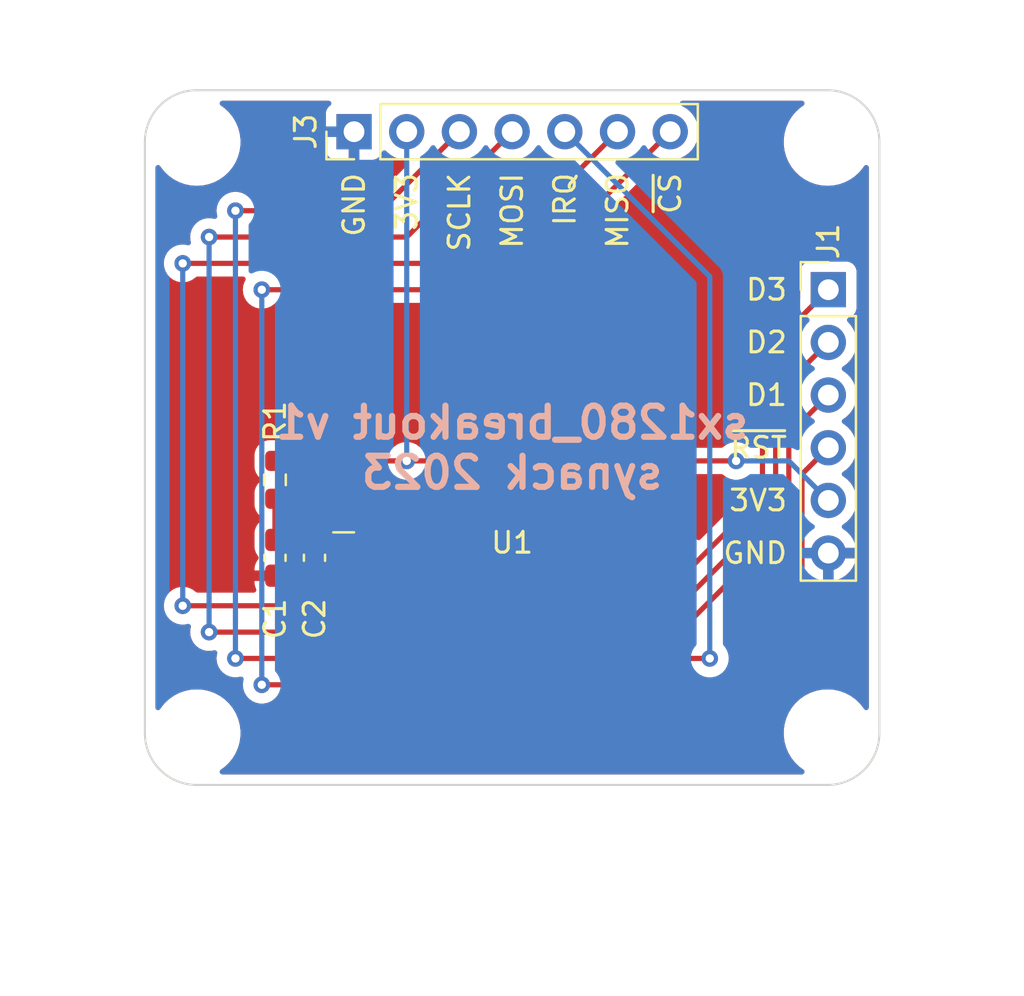
<source format=kicad_pcb>
(kicad_pcb (version 20211014) (generator pcbnew)
  (layers (0 "F.Cu" signal) (31 "B.Cu" signal) (34 "B.Paste" user) (35 "F.Paste" user) (36 "B.SilkS" user "B.Silkscreen") (37 "F.SilkS" user "F.Silkscreen") (38 "B.Mask" user) (39 "F.Mask" user) (44 "Edge.Cuts" user))
  (net 0 "")
  (net 1 "+3V3")
  (net 2 "GND")
  (net 3 "/IRQ")
  (net 4 "/SCLK")
  (net 5 "/MOSI")
  (net 6 "/MISO")
  (net 7 "/CS")
  (net 8 "Net-(U1-Pad1)")
  (net 9 "/~{RST}")
  (net 10 "/D1")
  (net 11 "/D2")
  (net 12 "/D3")
  (footprint "Capacitor_SMD:C_0603_1608Metric_Pad1.08x0.95mm_HandSolder" (layer "F.Cu") (at 130.175 111.5475 -90)
    (fp_text reference "C2" (at 2.9475 0 90) (layer "F.SilkS"))
    (fp_text value "0.1uF")
    (fp_line (start -0.146267 -0.51) (end 0.146267 -0.51) (layer "F.SilkS") (width 0.12))
    (fp_line (start -0.146267 0.51) (end 0.146267 0.51) (layer "F.SilkS") (width 0.12))
    (pad "1" smd roundrect (at -0.8625 0 270) (size 1.075 0.95) (layers "F.Cu" "F.Paste" "F.Mask") (net 8 "Net-(U1-Pad1)"))
    (pad "2" smd roundrect (at 0.8625 0 270) (size 1.075 0.95) (layers "F.Cu" "F.Paste" "F.Mask") (net 2 "GND"))
  )
  (footprint "MountingHole:MountingHole_3.2mm_M3" (layer "F.Cu") (at 124.5 91.5)
    (fp_text reference "REF**" hide)
    (fp_text value "MountingHole_3.2mm_M3")
    (pad "" np_thru_hole circle (at 0 0) (size 3.2 3.2) (drill 3.2) (layers *.Cu *.Mask))
  )
  (footprint "Resistor_SMD:R_0603_1608Metric_Pad0.98x0.95mm_HandSolder" (layer "F.Cu") (at 128.27 107.7875 -90)
    (fp_text reference "R1" (at -2.8175 0 90) (layer "F.SilkS"))
    (fp_text value "0")
    (fp_line (start -0.254724 -0.5225) (end 0.254724 -0.5225) (layer "F.SilkS") (width 0.12))
    (fp_line (start -0.254724 0.5225) (end 0.254724 0.5225) (layer "F.SilkS") (width 0.12))
    (pad "1" smd roundrect (at -0.9125 0 270) (size 0.975 0.95) (layers "F.Cu" "F.Paste" "F.Mask") (net 1 "+3V3"))
    (pad "2" smd roundrect (at 0.9125 0 270) (size 0.975 0.95) (layers "F.Cu" "F.Paste" "F.Mask") (net 8 "Net-(U1-Pad1)"))
  )
  (footprint "Connector_PinHeader_2.54mm:PinHeader_1x07_P2.54mm_Vertical" (layer "F.Cu") (at 132.08 91 90)
    (fp_text reference "J3" (at 0 -2.33 90) (layer "F.SilkS"))
    (fp_text value "3PI_DISP")
    (fp_line (start 1.33 1.27) (end 1.33 16.57) (layer "F.SilkS") (width 0.12))
    (fp_line (start -1.33 0) (end -1.33 -1.33) (layer "F.SilkS") (width 0.12))
    (fp_line (start -1.33 16.57) (end 1.33 16.57) (layer "F.SilkS") (width 0.12))
    (fp_line (start -1.33 1.27) (end -1.33 16.57) (layer "F.SilkS") (width 0.12))
    (fp_line (start -1.33 -1.33) (end 0 -1.33) (layer "F.SilkS") (width 0.12))
    (fp_line (start -1.33 1.27) (end 1.33 1.27) (layer "F.SilkS") (width 0.12))
    (pad "1" thru_hole rect (at 0 0 90) (size 1.7 1.7) (drill 1) (layers *.Cu *.Mask) (net 2 "GND"))
    (pad "2" thru_hole oval (at 0 2.54 90) (size 1.7 1.7) (drill 1) (layers *.Cu *.Mask) (net 1 "+3V3"))
    (pad "3" thru_hole oval (at 0 5.08 90) (size 1.7 1.7) (drill 1) (layers *.Cu *.Mask) (net 4 "/SCLK"))
    (pad "4" thru_hole oval (at 0 7.62 90) (size 1.7 1.7) (drill 1) (layers *.Cu *.Mask) (net 5 "/MOSI"))
    (pad "5" thru_hole oval (at 0 10.16 90) (size 1.7 1.7) (drill 1) (layers *.Cu *.Mask) (net 3 "/IRQ"))
    (pad "6" thru_hole oval (at 0 12.7 90) (size 1.7 1.7) (drill 1) (layers *.Cu *.Mask) (net 6 "/MISO"))
    (pad "7" thru_hole oval (at 0 15.24 90) (size 1.7 1.7) (drill 1) (layers *.Cu *.Mask) (net 7 "/CS"))
  )
  (footprint "MountingHole:MountingHole_3.2mm_M3" (layer "F.Cu") (at 154.9 91.5)
    (fp_text reference "REF**" hide)
    (fp_text value "MountingHole_3.2mm_M3")
    (pad "" np_thru_hole circle (at 0 0) (size 3.2 3.2) (drill 3.2) (layers F&B.Cu *.Mask))
  )
  (footprint "MountingHole:MountingHole_3.2mm_M3" (layer "F.Cu") (at 154.9 120)
    (fp_text reference "REF**" hide)
    (fp_text value "MountingHole_3.2mm_M3")
    (pad "" np_thru_hole circle (at 0 0) (size 3.2 3.2) (drill 3.2) (layers F&B.Cu *.Mask))
  )
  (footprint "Capacitor_SMD:C_0603_1608Metric_Pad1.08x0.95mm_HandSolder" (layer "F.Cu") (at 128.27 111.5475 -90)
    (fp_text reference "C1" (at 2.9475 0 90) (layer "F.SilkS"))
    (fp_text value "10uF")
    (fp_line (start -0.146267 0.51) (end 0.146267 0.51) (layer "F.SilkS") (width 0.12))
    (fp_line (start -0.146267 -0.51) (end 0.146267 -0.51) (layer "F.SilkS") (width 0.12))
    (pad "1" smd roundrect (at -0.8625 0 270) (size 1.075 0.95) (layers "F.Cu" "F.Paste" "F.Mask") (net 8 "Net-(U1-Pad1)"))
    (pad "2" smd roundrect (at 0.8625 0 270) (size 1.075 0.95) (layers "F.Cu" "F.Paste" "F.Mask") (net 2 "GND"))
  )
  (footprint "MountingHole:MountingHole_3.2mm_M3" (layer "F.Cu") (at 124.5 120)
    (fp_text reference "REF**" hide)
    (fp_text value "MountingHole_3.2mm_M3")
    (pad "" np_thru_hole circle (at 0 0) (size 3.2 3.2) (drill 3.2) (layers F&B.Cu *.Mask))
  )
  (footprint "synack-common:E28-2G4M12S" (layer "F.Cu") (at 139.7 111.32)
    (fp_text reference "U1" (at 0 -0.5 unlocked) (layer "F.SilkS"))
    (fp_text value "E28-2G4M12S")
    (fp_line (start -8.62 -1) (end -7.62 -1) (layer "F.SilkS") (width 0.12))
    (pad "1" smd roundrect (at -7.5 0) (size 2 1) (layers "F.Cu" "F.Paste" "F.Mask") (net 8 "Net-(U1-Pad1)"))
    (pad "2" smd roundrect (at -7.5 1.27) (size 2 1) (layers "F.Cu" "F.Paste" "F.Mask") (net 2 "GND"))
    (pad "3" smd roundrect (at -7.5 2.54) (size 2 1) (layers "F.Cu" "F.Paste" "F.Mask") (net 6 "/MISO"))
    (pad "4" smd roundrect (at -7.5 3.81) (size 2 1) (layers "F.Cu" "F.Paste" "F.Mask") (net 5 "/MOSI"))
    (pad "5" smd roundrect (at -7.5 5.08) (size 2 1) (layers "F.Cu" "F.Paste" "F.Mask") (net 4 "/SCLK"))
    (pad "6" smd roundrect (at -7.5 6.35) (size 2 1) (layers "F.Cu" "F.Paste" "F.Mask") (net 7 "/CS"))
    (pad "7" smd roundrect (at -7.5 7.62) (size 2 1) (layers "F.Cu" "F.Paste" "F.Mask") (net 2 "GND"))
    (pad "8" smd roundrect (at 7.5 7.62) (size 2 1) (layers "F.Cu" "F.Paste" "F.Mask") (net 2 "GND"))
    (pad "9" smd roundrect (at 7.5 6.35) (size 2 1) (layers "F.Cu" "F.Paste" "F.Mask") (net 9 "/~{RST}"))
    (pad "10" smd roundrect (at 7.5 5.08) (size 2 1) (layers "F.Cu" "F.Paste" "F.Mask") (net 3 "/IRQ"))
    (pad "11" smd roundrect (at 7.5 3.81) (size 2 1) (layers "F.Cu" "F.Paste" "F.Mask") (net 10 "/D1"))
    (pad "12" smd roundrect (at 7.5 2.54) (size 2 1) (layers "F.Cu" "F.Paste" "F.Mask") (net 11 "/D2"))
    (pad "13" smd roundrect (at 7.5 1.27) (size 2 1) (layers "F.Cu" "F.Paste" "F.Mask") (net 12 "/D3"))
    (pad "14" smd roundrect (at 7.5 0) (size 2 1) (layers "F.Cu" "F.Paste" "F.Mask") (net 2 "GND"))
  )
  (footprint "Connector_PinHeader_2.54mm:PinHeader_1x06_P2.54mm_Vertical" (layer "F.Cu") (at 154.94 98.62)
    (fp_text reference "J1" (at 0 -2.33 90) (layer "F.SilkS"))
    (fp_text value "DIO")
    (fp_line (start -1.33 0) (end -1.33 -1.33) (layer "F.SilkS") (width 0.12))
    (fp_line (start 1.33 1.27) (end 1.33 14.03) (layer "F.SilkS") (width 0.12))
    (fp_line (start -1.33 1.27) (end 1.33 1.27) (layer "F.SilkS") (width 0.12))
    (fp_line (start -1.33 14.03) (end 1.33 14.03) (layer "F.SilkS") (width 0.12))
    (fp_line (start -1.33 -1.33) (end 0 -1.33) (layer "F.SilkS") (width 0.12))
    (fp_line (start -1.33 1.27) (end -1.33 14.03) (layer "F.SilkS") (width 0.12))
    (pad "1" thru_hole rect (at 0 0) (size 1.7 1.7) (drill 1) (layers *.Cu *.Mask) (net 12 "/D3"))
    (pad "2" thru_hole oval (at 0 2.54) (size 1.7 1.7) (drill 1) (layers *.Cu *.Mask) (net 11 "/D2"))
    (pad "3" thru_hole oval (at 0 5.08) (size 1.7 1.7) (drill 1) (layers *.Cu *.Mask) (net 10 "/D1"))
    (pad "4" thru_hole oval (at 0 7.62) (size 1.7 1.7) (drill 1) (layers *.Cu *.Mask) (net 9 "/~{RST}"))
    (pad "5" thru_hole oval (at 0 10.16) (size 1.7 1.7) (drill 1) (layers *.Cu *.Mask) (net 1 "+3V3"))
    (pad "6" thru_hole oval (at 0 12.7) (size 1.7 1.7) (drill 1) (layers *.Cu *.Mask) (net 2 "GND"))
  )
  (gr_line (start 157.4 120) (end 157.4 91.5) (layer "Edge.Cuts") (width 0.1))
  (gr_arc (start 157.4 120) (mid 156.667767 121.767767) (end 154.9 122.5) (layer "Edge.Cuts") (width 0.1))
  (gr_line (start 122 91.5) (end 122 120) (layer "Edge.Cuts") (width 0.1))
  (gr_arc (start 124.5 122.5) (mid 122.732233 121.767767) (end 122 120) (layer "Edge.Cuts") (width 0.1))
  (gr_line (start 124.5 122.5) (end 154.9 122.5) (layer "Edge.Cuts") (width 0.1))
  (gr_arc (start 122 91.5) (mid 122.732233 89.732233) (end 124.5 89) (layer "Edge.Cuts") (width 0.1))
  (gr_arc (start 154.9 89) (mid 156.667767 89.732233) (end 157.4 91.5) (layer "Edge.Cuts") (width 0.1))
  (gr_line (start 124.5 89) (end 154.9 89) (layer "Edge.Cuts") (width 0.1))
  (gr_text "sx1280_breakout v1\nsynack 2023" (at 139.7 106.24) (layer "B.SilkS") (effects (font (size 1.5 1.5) (thickness 0.3)) (justify mirror)))
  (gr_text "MISO" (at 144.78 92.905 90) (layer "F.SilkS") (effects (font (size 1 1)) (justify right)))
  (gr_text "SCLK" (at 137.16 92.905 90) (layer "F.SilkS") (effects (font (size 1 1)) (justify right)))
  (gr_text "3V3" (at 134.62 92.905 90) (layer "F.SilkS") (effects (font (size 1 1)) (justify right)))
  (gr_text "D3" (at 153.035 98.62) (layer "F.SilkS") (effects (font (size 1 1)) (justify right)))
  (gr_text "GND" (at 153.035 111.32) (layer "F.SilkS") (effects (font (size 1 1)) (justify right)))
  (gr_text "IRQ" (at 142.24 92.905 90) (layer "F.SilkS") (effects (font (size 1 1)) (justify right)))
  (gr_text "~{CS}" (at 147.32 92.905 90) (layer "F.SilkS") (effects (font (size 1 1)) (justify right)))
  (gr_text "D2" (at 153.035 101.16) (layer "F.SilkS") (effects (font (size 1 1)) (justify right)))
  (gr_text "3V3" (at 153.035 108.78) (layer "F.SilkS") (effects (font (size 1 1)) (justify right)))
  (gr_text "D1" (at 153.035 103.7) (layer "F.SilkS") (effects (font (size 1 1)) (justify right)))
  (gr_text "~{RST}" (at 153.035 106.24) (layer "F.SilkS") (effects (font (size 1 1)) (justify right)))
  (gr_text "MOSI" (at 139.7 92.905 90) (layer "F.SilkS") (effects (font (size 1 1)) (justify right)))
  (gr_text "GND" (at 132.08 92.905 90) (layer "F.SilkS") (effects (font (size 1 1)) (justify right)))
  (segment (start 134.62 106.875) (end 150.495 106.875) (width 0.25) (layer "F.Cu") (net 1))
  (segment (start 134.62 106.875) (end 128.27 106.875) (width 0.25) (layer "F.Cu") (net 1))
  (via (at 134.62 106.875) (size 0.8) (drill 0.4) (layers "F.Cu" "B.Cu") (net 1))
  (via (at 150.495 106.875) (size 0.8) (drill 0.4) (layers "F.Cu" "B.Cu") (net 1))
  (segment (start 150.495 106.875) (end 153.035 106.875) (width 0.25) (layer "B.Cu") (net 1))
  (segment (start 134.62 91) (end 134.62 106.875) (width 0.25) (layer "B.Cu") (net 1))
  (segment (start 153.035 106.875) (end 154.94 108.78) (width 0.25) (layer "B.Cu") (net 1))
  (segment (start 132.2 112.59) (end 130.175 112.59) (width 0.25) (layer "F.Cu") (net 2))
  (segment (start 130.175 112.41) (end 129.995 112.59) (width 0.25) (layer "F.Cu") (net 2))
  (segment (start 129.995 112.59) (end 128.27 112.59) (width 0.25) (layer "F.Cu") (net 2))
  (segment (start 147.2 116.4) (end 149.225 116.4) (width 0.25) (layer "F.Cu") (net 3))
  (via (at 149.225 116.4) (size 0.8) (drill 0.4) (layers "F.Cu" "B.Cu") (net 3))
  (segment (start 149.225 97.985) (end 142.24 91) (width 0.25) (layer "B.Cu") (net 3))
  (segment (start 149.225 116.4) (end 149.225 97.985) (width 0.25) (layer "B.Cu") (net 3))
  (segment (start 133.35 94.81) (end 126.365 94.81) (width 0.25) (layer "F.Cu") (net 4))
  (segment (start 132.2 116.4) (end 126.365 116.4) (width 0.25) (layer "F.Cu") (net 4))
  (segment (start 137.16 91) (end 133.35 94.81) (width 0.25) (layer "F.Cu") (net 4))
  (via (at 126.365 94.81) (size 0.8) (drill 0.4) (layers "F.Cu" "B.Cu") (net 4))
  (via (at 126.365 116.4) (size 0.8) (drill 0.4) (layers "F.Cu" "B.Cu") (net 4))
  (segment (start 126.365 116.4) (end 126.365 94.81) (width 0.25) (layer "B.Cu") (net 4))
  (segment (start 139.7 91) (end 134.62 96.08) (width 0.25) (layer "F.Cu") (net 5))
  (segment (start 132.2 115.13) (end 125.095 115.13) (width 0.25) (layer "F.Cu") (net 5))
  (segment (start 134.62 96.08) (end 125.095 96.08) (width 0.25) (layer "F.Cu") (net 5))
  (via (at 125.095 96.08) (size 0.8) (drill 0.4) (layers "F.Cu" "B.Cu") (net 5))
  (via (at 125.095 115.13) (size 0.8) (drill 0.4) (layers "F.Cu" "B.Cu") (net 5))
  (segment (start 125.095 115.13) (end 125.095 96.08) (width 0.25) (layer "B.Cu") (net 5))
  (segment (start 144.78 91) (end 138.43 97.35) (width 0.25) (layer "F.Cu") (net 6))
  (segment (start 132.2 113.86) (end 123.825 113.86) (width 0.25) (layer "F.Cu") (net 6))
  (segment (start 138.43 97.35) (end 123.825 97.35) (width 0.25) (layer "F.Cu") (net 6))
  (via (at 123.825 97.35) (size 0.8) (drill 0.4) (layers "F.Cu" "B.Cu") (net 6))
  (via (at 123.825 113.86) (size 0.8) (drill 0.4) (layers "F.Cu" "B.Cu") (net 6))
  (segment (start 123.825 113.86) (end 123.825 97.35) (width 0.25) (layer "B.Cu") (net 6))
  (segment (start 132.2 117.67) (end 127.635 117.67) (width 0.25) (layer "F.Cu") (net 7))
  (segment (start 139.7 98.62) (end 127.635 98.62) (width 0.25) (layer "F.Cu") (net 7))
  (segment (start 147.32 91) (end 139.7 98.62) (width 0.25) (layer "F.Cu") (net 7))
  (via (at 127.635 98.62) (size 0.8) (drill 0.4) (layers "F.Cu" "B.Cu") (net 7))
  (via (at 127.635 117.67) (size 0.8) (drill 0.4) (layers "F.Cu" "B.Cu") (net 7))
  (segment (start 127.635 98.62) (end 127.635 117.67) (width 0.25) (layer "B.Cu") (net 7))
  (segment (start 128.27 110.685) (end 130.175 110.685) (width 0.25) (layer "F.Cu") (net 8))
  (segment (start 130.81 111.32) (end 130.175 110.685) (width 0.25) (layer "F.Cu") (net 8))
  (segment (start 132.2 111.32) (end 130.81 111.32) (width 0.25) (layer "F.Cu") (net 8))
  (segment (start 128.27 108.7) (end 128.27 110.685) (width 0.25) (layer "F.Cu") (net 8))
  (segment (start 153.67 113.86) (end 153.67 107.51) (width 0.25) (layer "F.Cu") (net 9))
  (segment (start 153.67 107.51) (end 154.94 106.24) (width 0.25) (layer "F.Cu") (net 9))
  (segment (start 149.86 117.67) (end 153.67 113.86) (width 0.25) (layer "F.Cu") (net 9))
  (segment (start 147.2 117.67) (end 149.86 117.67) (width 0.25) (layer "F.Cu") (net 9))
  (segment (start 147.2 115.13) (end 147.743173 115.13) (width 0.25) (layer "F.Cu") (net 10))
  (segment (start 153.035 105.605) (end 154.94 103.7) (width 0.25) (layer "F.Cu") (net 10))
  (segment (start 147.743173 115.13) (end 153.035 109.838173) (width 0.25) (layer "F.Cu") (net 10))
  (segment (start 153.035 109.838173) (end 153.035 105.605) (width 0.25) (layer "F.Cu") (net 10))
  (segment (start 147.2 113.86) (end 147.743173 113.86) (width 0.25) (layer "F.Cu") (net 11))
  (segment (start 152.4 109.203173) (end 152.4 103.7) (width 0.25) (layer "F.Cu") (net 11))
  (segment (start 147.743173 113.86) (end 152.4 109.203173) (width 0.25) (layer "F.Cu") (net 11))
  (segment (start 152.4 103.7) (end 154.94 101.16) (width 0.25) (layer "F.Cu") (net 11))
  (segment (start 147.2 112.59) (end 147.743173 112.59) (width 0.25) (layer "F.Cu") (net 12))
  (segment (start 151.765 108.568173) (end 151.765 101.795) (width 0.25) (layer "F.Cu") (net 12))
  (segment (start 147.743173 112.59) (end 151.765 108.568173) (width 0.25) (layer "F.Cu") (net 12))
  (segment (start 151.765 101.795) (end 154.94 98.62) (width 0.25) (layer "F.Cu") (net 12))
  (zone (net 2) (net_name "GND") (layers F&B.Cu) (connect_pads (clearance 0.508)) (min_thickness 0.254) (fill yes (thermal_gap 0.508) (thermal_bridge_width 0.508))
    (polygon (pts (xy 163.83 129.1) (xy 119.38 129.1) (xy 119.38 84.65) (xy 163.83 84.65)))
  )
)
</source>
